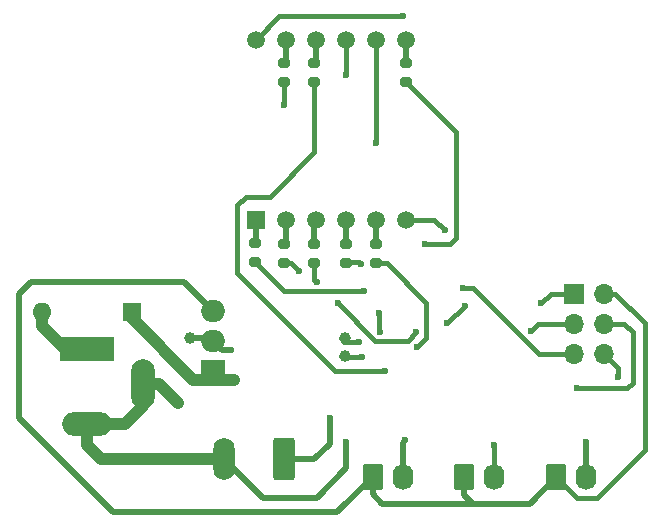
<source format=gbr>
%TF.GenerationSoftware,KiCad,Pcbnew,8.0.6*%
%TF.CreationDate,2024-11-25T15:37:35+03:30*%
%TF.ProjectId,AlarmClock,416c6172-6d43-46c6-9f63-6b2e6b696361,rev?*%
%TF.SameCoordinates,Original*%
%TF.FileFunction,Copper,L2,Bot*%
%TF.FilePolarity,Positive*%
%FSLAX46Y46*%
G04 Gerber Fmt 4.6, Leading zero omitted, Abs format (unit mm)*
G04 Created by KiCad (PCBNEW 8.0.6) date 2024-11-25 15:37:35*
%MOMM*%
%LPD*%
G01*
G04 APERTURE LIST*
G04 Aperture macros list*
%AMRoundRect*
0 Rectangle with rounded corners*
0 $1 Rounding radius*
0 $2 $3 $4 $5 $6 $7 $8 $9 X,Y pos of 4 corners*
0 Add a 4 corners polygon primitive as box body*
4,1,4,$2,$3,$4,$5,$6,$7,$8,$9,$2,$3,0*
0 Add four circle primitives for the rounded corners*
1,1,$1+$1,$2,$3*
1,1,$1+$1,$4,$5*
1,1,$1+$1,$6,$7*
1,1,$1+$1,$8,$9*
0 Add four rect primitives between the rounded corners*
20,1,$1+$1,$2,$3,$4,$5,0*
20,1,$1+$1,$4,$5,$6,$7,0*
20,1,$1+$1,$6,$7,$8,$9,0*
20,1,$1+$1,$8,$9,$2,$3,0*%
G04 Aperture macros list end*
%TA.AperFunction,ComponentPad*%
%ADD10R,1.700000X1.700000*%
%TD*%
%TA.AperFunction,ComponentPad*%
%ADD11O,1.700000X1.700000*%
%TD*%
%TA.AperFunction,ComponentPad*%
%ADD12R,4.600000X2.000000*%
%TD*%
%TA.AperFunction,ComponentPad*%
%ADD13O,4.200000X2.000000*%
%TD*%
%TA.AperFunction,ComponentPad*%
%ADD14O,2.000000X4.200000*%
%TD*%
%TA.AperFunction,ComponentPad*%
%ADD15R,1.600000X1.600000*%
%TD*%
%TA.AperFunction,ComponentPad*%
%ADD16O,1.600000X1.600000*%
%TD*%
%TA.AperFunction,ComponentPad*%
%ADD17RoundRect,0.250000X-0.620000X-0.845000X0.620000X-0.845000X0.620000X0.845000X-0.620000X0.845000X0*%
%TD*%
%TA.AperFunction,ComponentPad*%
%ADD18O,1.740000X2.190000*%
%TD*%
%TA.AperFunction,ComponentPad*%
%ADD19R,1.500000X1.500000*%
%TD*%
%TA.AperFunction,ComponentPad*%
%ADD20C,1.500000*%
%TD*%
%TA.AperFunction,ComponentPad*%
%ADD21RoundRect,0.250000X0.650000X1.550000X-0.650000X1.550000X-0.650000X-1.550000X0.650000X-1.550000X0*%
%TD*%
%TA.AperFunction,ComponentPad*%
%ADD22O,1.800000X3.600000*%
%TD*%
%TA.AperFunction,ComponentPad*%
%ADD23C,1.000000*%
%TD*%
%TA.AperFunction,ComponentPad*%
%ADD24R,2.000000X1.905000*%
%TD*%
%TA.AperFunction,ComponentPad*%
%ADD25O,2.000000X1.905000*%
%TD*%
%TA.AperFunction,SMDPad,CuDef*%
%ADD26RoundRect,0.200000X0.275000X-0.200000X0.275000X0.200000X-0.275000X0.200000X-0.275000X-0.200000X0*%
%TD*%
%TA.AperFunction,ViaPad*%
%ADD27C,0.600000*%
%TD*%
%TA.AperFunction,ViaPad*%
%ADD28C,1.000000*%
%TD*%
%TA.AperFunction,Conductor*%
%ADD29C,0.400000*%
%TD*%
%TA.AperFunction,Conductor*%
%ADD30C,1.000000*%
%TD*%
%TA.AperFunction,Conductor*%
%ADD31C,0.500000*%
%TD*%
G04 APERTURE END LIST*
D10*
%TO.P,J3,1,Pin_1*%
%TO.N,/MISO*%
X135000000Y-104475000D03*
D11*
%TO.P,J3,2,Pin_2*%
%TO.N,+5C*%
X137540000Y-104475000D03*
%TO.P,J3,3,Pin_3*%
%TO.N,/SCK*%
X135000000Y-107015000D03*
%TO.P,J3,4,Pin_4*%
%TO.N,/MOSI*%
X137540000Y-107015000D03*
%TO.P,J3,5,Pin_5*%
%TO.N,Net-(J3-Pin_5)*%
X135000000Y-109555000D03*
%TO.P,J3,6,Pin_6*%
%TO.N,GND*%
X137540000Y-109555000D03*
%TD*%
D12*
%TO.P,J1,1*%
%TO.N,Net-(D2-A)*%
X93750000Y-109200000D03*
D13*
%TO.P,J1,2*%
%TO.N,GND*%
X93750000Y-115500000D03*
D14*
%TO.P,J1,3*%
X98550000Y-112100000D03*
%TD*%
D15*
%TO.P,D2,1,K*%
%TO.N,+12C*%
X97560000Y-106000000D03*
D16*
%TO.P,D2,2,A*%
%TO.N,Net-(D2-A)*%
X89940000Y-106000000D03*
%TD*%
D17*
%TO.P,SW1,1,1*%
%TO.N,+5C*%
X117960000Y-120000000D03*
D18*
%TO.P,SW1,2,2*%
%TO.N,Net-(R1-Pad1)*%
X120500000Y-120000000D03*
%TD*%
D19*
%TO.P,U5,1,e*%
%TO.N,Net-(U5-e)*%
X108050000Y-98250000D03*
D20*
%TO.P,U5,2,d*%
%TO.N,Net-(U5-d)*%
X110590000Y-98250000D03*
%TO.P,U5,3,DPX*%
%TO.N,Net-(U5-DPX)*%
X113130000Y-98250000D03*
%TO.P,U5,4,c*%
%TO.N,Net-(U5-c)*%
X115670000Y-98250000D03*
%TO.P,U5,5,g*%
%TO.N,Net-(U5-g)*%
X118210000Y-98250000D03*
%TO.P,U5,6,CC4*%
%TO.N,Net-(U1-PC3)*%
X120750000Y-98250000D03*
%TO.P,U5,7,b*%
%TO.N,Net-(U5-b)*%
X120750000Y-83010000D03*
%TO.P,U5,8,CC3*%
%TO.N,Net-(U1-PC2)*%
X118210000Y-83010000D03*
%TO.P,U5,9,CC2*%
%TO.N,Net-(U1-PC1)*%
X115670000Y-83010000D03*
%TO.P,U5,10,f*%
%TO.N,Net-(U5-f)*%
X113130000Y-83010000D03*
%TO.P,U5,11,a*%
%TO.N,Net-(U5-a)*%
X110590000Y-83010000D03*
%TO.P,U5,12,CC1*%
%TO.N,Net-(U1-PC0)*%
X108050000Y-83010000D03*
%TD*%
D21*
%TO.P,J2,1,Pin_1*%
%TO.N,Net-(J2-Pin_1)*%
X110500000Y-118500000D03*
D22*
%TO.P,J2,2,Pin_2*%
%TO.N,GND*%
X105420000Y-118500000D03*
%TD*%
D17*
%TO.P,SW2,1,1*%
%TO.N,+5C*%
X125730000Y-120020000D03*
D18*
%TO.P,SW2,2,2*%
%TO.N,Net-(R3-Pad1)*%
X128270000Y-120020000D03*
%TD*%
D23*
%TO.P,Y1,1,1*%
%TO.N,Net-(U1-PB7{slash}XTAL2)*%
X115600000Y-109750000D03*
%TO.P,Y1,2,2*%
%TO.N,Net-(U1-PB6{slash}XTAL1)*%
X115600000Y-108250000D03*
%TD*%
D17*
%TO.P,SW3,1,1*%
%TO.N,+5C*%
X133500000Y-120020000D03*
D18*
%TO.P,SW3,2,2*%
%TO.N,Net-(R5-Pad1)*%
X136040000Y-120020000D03*
%TD*%
D24*
%TO.P,U2,1,VI*%
%TO.N,+12C*%
X104445000Y-111040000D03*
D25*
%TO.P,U2,2,GND*%
%TO.N,GND*%
X104445000Y-108500000D03*
%TO.P,U2,3,VO*%
%TO.N,+5C*%
X104445000Y-105960000D03*
%TD*%
D26*
%TO.P,R10,1*%
%TO.N,Net-(U1-PD0)*%
X110500000Y-86575000D03*
%TO.P,R10,2*%
%TO.N,Net-(U5-a)*%
X110500000Y-84925000D03*
%TD*%
%TO.P,R16,2*%
%TO.N,Net-(U5-g)*%
X118250000Y-100250000D03*
%TO.P,R16,1*%
%TO.N,Net-(U1-PD6)*%
X118250000Y-101900000D03*
%TD*%
%TO.P,R13,1*%
%TO.N,Net-(U1-PD3)*%
X110500000Y-101900000D03*
%TO.P,R13,2*%
%TO.N,Net-(U5-d)*%
X110500000Y-100250000D03*
%TD*%
%TO.P,R15,1*%
%TO.N,Net-(U1-PD5)*%
X113000000Y-86575000D03*
%TO.P,R15,2*%
%TO.N,Net-(U5-f)*%
X113000000Y-84925000D03*
%TD*%
%TO.P,R12,2*%
%TO.N,Net-(U5-c)*%
X115750000Y-100250000D03*
%TO.P,R12,1*%
%TO.N,Net-(U1-PD2)*%
X115750000Y-101900000D03*
%TD*%
%TO.P,R11,1*%
%TO.N,Net-(U1-PD1)*%
X120750000Y-86575000D03*
%TO.P,R11,2*%
%TO.N,Net-(U5-b)*%
X120750000Y-84925000D03*
%TD*%
%TO.P,R17,1*%
%TO.N,Net-(U1-PD7)*%
X113030000Y-101900000D03*
%TO.P,R17,2*%
%TO.N,Net-(U5-DPX)*%
X113030000Y-100250000D03*
%TD*%
%TO.P,R14,1*%
%TO.N,Net-(U1-PD4)*%
X108000000Y-101825000D03*
%TO.P,R14,2*%
%TO.N,Net-(U5-e)*%
X108000000Y-100175000D03*
%TD*%
D27*
%TO.N,+12C*%
X106250000Y-111750000D03*
%TO.N,GND*%
X124250000Y-107000000D03*
D28*
X102500000Y-108250000D03*
D27*
X125750000Y-105500000D03*
D28*
X101500000Y-113750000D03*
D27*
X138750000Y-111500000D03*
X106000000Y-109250000D03*
X115750000Y-117000000D03*
%TO.N,+5C*%
X118500000Y-106100000D03*
X118550000Y-107700000D03*
%TO.N,/MOSI*%
X135250000Y-112500000D03*
%TO.N,Net-(J2-Pin_1)*%
X114325000Y-115000000D03*
%TO.N,/SCK*%
X131362500Y-107612500D03*
%TO.N,Net-(J3-Pin_5)*%
X125575000Y-104000000D03*
%TO.N,/MISO*%
X132250000Y-105250000D03*
%TO.N,Net-(R1-Pad1)*%
X120710000Y-116875000D03*
%TO.N,Net-(R3-Pad1)*%
X128270000Y-117250000D03*
%TO.N,Net-(R5-Pad1)*%
X136000000Y-117000000D03*
%TO.N,Net-(U1-PD0)*%
X110500000Y-88500000D03*
%TO.N,Net-(U1-PD1)*%
X122400000Y-100250000D03*
%TO.N,Net-(U1-PD2)*%
X117000000Y-102000000D03*
%TO.N,Net-(U1-PD3)*%
X111700000Y-102550000D03*
%TO.N,Net-(U1-PD4)*%
X117250000Y-104250000D03*
%TO.N,Net-(U1-PD5)*%
X119000000Y-111000000D03*
%TO.N,Net-(U1-PD6)*%
X121750000Y-109000000D03*
%TO.N,Net-(U1-PD7)*%
X113250000Y-103500000D03*
X121675000Y-107750000D03*
X115000000Y-105250000D03*
%TO.N,Net-(U1-PC3)*%
X124050000Y-99125000D03*
%TO.N,Net-(U1-PC2)*%
X118210000Y-91710000D03*
%TO.N,Net-(U1-PC0)*%
X120500000Y-81000000D03*
%TO.N,Net-(U1-PB7{slash}XTAL2)*%
X117100000Y-109800000D03*
%TO.N,Net-(U1-PC1)*%
X115750000Y-86000000D03*
%TO.N,Net-(U1-PB6{slash}XTAL1)*%
X116800000Y-108530331D03*
%TD*%
D29*
%TO.N,Net-(U1-PD7)*%
X121675000Y-107750000D02*
X120975000Y-108450000D01*
X120975000Y-108450000D02*
X118200000Y-108450000D01*
X118200000Y-108450000D02*
X115000000Y-105250000D01*
D30*
%TO.N,+12C*%
X97560000Y-106560000D02*
X97560000Y-106000000D01*
X102750000Y-111750000D02*
X97560000Y-106560000D01*
X106250000Y-111750000D02*
X102750000Y-111750000D01*
%TO.N,GND*%
X93750000Y-115500000D02*
X93750000Y-117250000D01*
D31*
X102500000Y-108250000D02*
X104195000Y-108250000D01*
X108670000Y-121750000D02*
X113250000Y-121750000D01*
D29*
X125750000Y-105500000D02*
X124250000Y-107000000D01*
D31*
X113250000Y-121750000D02*
X115750000Y-119250000D01*
D29*
X138750000Y-110765000D02*
X137540000Y-109555000D01*
D30*
X93750000Y-117250000D02*
X95000000Y-118500000D01*
D31*
X104195000Y-108250000D02*
X104445000Y-108500000D01*
X105420000Y-118500000D02*
X108670000Y-121750000D01*
D30*
X98550000Y-113950000D02*
X97000000Y-115500000D01*
X97000000Y-115500000D02*
X93750000Y-115500000D01*
X95000000Y-118500000D02*
X105420000Y-118500000D01*
D29*
X138750000Y-111500000D02*
X138750000Y-110765000D01*
D31*
X115750000Y-119250000D02*
X115750000Y-117000000D01*
X106000000Y-109250000D02*
X105195000Y-109250000D01*
D30*
X98550000Y-112100000D02*
X99850000Y-112100000D01*
X98550000Y-112100000D02*
X98550000Y-113950000D01*
X99850000Y-112100000D02*
X101500000Y-113750000D01*
D31*
X105195000Y-109250000D02*
X104445000Y-108500000D01*
D29*
%TO.N,+5C*%
X137540000Y-104475000D02*
X138475000Y-104475000D01*
D31*
X126500000Y-122250000D02*
X127000000Y-122250000D01*
X117960000Y-120000000D02*
X117960000Y-121460000D01*
X101985000Y-103500000D02*
X89000000Y-103500000D01*
D29*
X141000000Y-117750000D02*
X137000000Y-121750000D01*
D31*
X104445000Y-105960000D02*
X101985000Y-103500000D01*
D29*
X118550000Y-107700000D02*
X118500000Y-107650000D01*
D31*
X88000000Y-104500000D02*
X88000000Y-115000000D01*
X117960000Y-121460000D02*
X118750000Y-122250000D01*
D29*
X138475000Y-104475000D02*
X141000000Y-107000000D01*
X118500000Y-107650000D02*
X118500000Y-106100000D01*
D31*
X125730000Y-121480000D02*
X126500000Y-122250000D01*
X114960000Y-123000000D02*
X117960000Y-120000000D01*
X96000000Y-123000000D02*
X114960000Y-123000000D01*
D29*
X141000000Y-107000000D02*
X141000000Y-117750000D01*
D31*
X127000000Y-122250000D02*
X131270000Y-122250000D01*
X131270000Y-122250000D02*
X133500000Y-120020000D01*
D29*
X135230000Y-121750000D02*
X133500000Y-120020000D01*
D31*
X89000000Y-103500000D02*
X88000000Y-104500000D01*
D29*
X137000000Y-121750000D02*
X135230000Y-121750000D01*
D31*
X125730000Y-120020000D02*
X125730000Y-121480000D01*
X88000000Y-115000000D02*
X96000000Y-123000000D01*
X118750000Y-122250000D02*
X127000000Y-122250000D01*
D29*
%TO.N,/MOSI*%
X139265000Y-107015000D02*
X140000000Y-107750000D01*
X139500000Y-112500000D02*
X135250000Y-112500000D01*
X140000000Y-107750000D02*
X140000000Y-112000000D01*
X137540000Y-107015000D02*
X139265000Y-107015000D01*
X140000000Y-112000000D02*
X139500000Y-112500000D01*
D30*
%TO.N,Net-(D2-A)*%
X91950000Y-109200000D02*
X89940000Y-107190000D01*
X93750000Y-109200000D02*
X91950000Y-109200000D01*
X89940000Y-107190000D02*
X89940000Y-106000000D01*
D31*
%TO.N,Net-(J2-Pin_1)*%
X114325000Y-117175000D02*
X113000000Y-118500000D01*
X114325000Y-115000000D02*
X114325000Y-117175000D01*
X113000000Y-118500000D02*
X110500000Y-118500000D01*
D29*
%TO.N,/SCK*%
X131960000Y-107015000D02*
X135000000Y-107015000D01*
X131362500Y-107612500D02*
X131960000Y-107015000D01*
%TO.N,Net-(J3-Pin_5)*%
X126500000Y-104000000D02*
X132055000Y-109555000D01*
X132055000Y-109555000D02*
X135000000Y-109555000D01*
X125575000Y-104000000D02*
X126500000Y-104000000D01*
%TO.N,/MISO*%
X133025000Y-104475000D02*
X135000000Y-104475000D01*
X132250000Y-105250000D02*
X133025000Y-104475000D01*
D31*
%TO.N,Net-(R1-Pad1)*%
X120500000Y-117085000D02*
X120500000Y-120000000D01*
X120710000Y-116875000D02*
X120500000Y-117085000D01*
D29*
%TO.N,Net-(R3-Pad1)*%
X128270000Y-117250000D02*
X128270000Y-120020000D01*
%TO.N,Net-(R5-Pad1)*%
X136040000Y-117040000D02*
X136000000Y-117000000D01*
D31*
X136040000Y-120020000D02*
X136040000Y-117040000D01*
%TO.N,Net-(U5-a)*%
X110590000Y-84835000D02*
X110500000Y-84925000D01*
X110590000Y-83010000D02*
X110590000Y-84835000D01*
D29*
%TO.N,Net-(U1-PD0)*%
X110500000Y-86575000D02*
X110500000Y-88500000D01*
%TO.N,Net-(U1-PD1)*%
X124500000Y-100250000D02*
X125000000Y-99750000D01*
X122400000Y-100250000D02*
X124500000Y-100250000D01*
X125000000Y-99750000D02*
X125000000Y-90825000D01*
X125000000Y-90825000D02*
X120750000Y-86575000D01*
D31*
%TO.N,Net-(U5-b)*%
X120750000Y-83010000D02*
X120750000Y-84925000D01*
D29*
%TO.N,Net-(U1-PD2)*%
X117000000Y-102000000D02*
X116825000Y-101825000D01*
X116825000Y-101825000D02*
X115750000Y-101825000D01*
D31*
%TO.N,Net-(U5-c)*%
X115750000Y-100175000D02*
X115750000Y-98330000D01*
X115640000Y-98220000D02*
X115670000Y-98250000D01*
X115750000Y-98330000D02*
X115670000Y-98250000D01*
%TO.N,Net-(U5-d)*%
X110590000Y-100160000D02*
X110500000Y-100250000D01*
X110590000Y-98250000D02*
X110590000Y-100160000D01*
X110500000Y-98160000D02*
X110590000Y-98250000D01*
D29*
%TO.N,Net-(U1-PD3)*%
X111700000Y-102550000D02*
X111050000Y-101900000D01*
X111050000Y-101900000D02*
X110500000Y-101900000D01*
D31*
%TO.N,Net-(U5-e)*%
X107810000Y-98010000D02*
X108050000Y-98250000D01*
X108050000Y-100125000D02*
X108000000Y-100175000D01*
X108050000Y-98250000D02*
X108050000Y-100125000D01*
D29*
%TO.N,Net-(U1-PD4)*%
X117250000Y-104250000D02*
X110425000Y-104250000D01*
X110425000Y-104250000D02*
X108000000Y-101825000D01*
%TO.N,Net-(U1-PD5)*%
X113000000Y-86575000D02*
X113000000Y-92500000D01*
X107250000Y-96250000D02*
X106500000Y-97000000D01*
X106500000Y-102750000D02*
X114750000Y-111000000D01*
X114750000Y-111000000D02*
X119000000Y-111000000D01*
X109250000Y-96250000D02*
X107250000Y-96250000D01*
X106500000Y-97000000D02*
X106500000Y-102750000D01*
X113000000Y-92500000D02*
X109250000Y-96250000D01*
D31*
%TO.N,Net-(U5-f)*%
X113130000Y-84795000D02*
X113000000Y-84925000D01*
X113130000Y-83010000D02*
X113130000Y-84795000D01*
D29*
%TO.N,Net-(U1-PD6)*%
X121750000Y-109000000D02*
X122500000Y-108250000D01*
X119150000Y-101900000D02*
X118250000Y-101900000D01*
X122500000Y-105250000D02*
X119150000Y-101900000D01*
X122500000Y-108250000D02*
X122500000Y-105250000D01*
D31*
%TO.N,Net-(U5-g)*%
X118210000Y-98250000D02*
X118210000Y-100210000D01*
X118210000Y-100210000D02*
X118250000Y-100250000D01*
%TO.N,Net-(U5-DPX)*%
X113030000Y-98350000D02*
X113130000Y-98250000D01*
X113030000Y-100175000D02*
X113030000Y-98350000D01*
X113030000Y-98150000D02*
X113130000Y-98250000D01*
D29*
%TO.N,Net-(U1-PD7)*%
X113030000Y-103280000D02*
X113030000Y-101825000D01*
X113250000Y-103500000D02*
X113030000Y-103280000D01*
%TO.N,Net-(U1-PC3)*%
X124050000Y-99125000D02*
X123175000Y-98250000D01*
X123175000Y-98250000D02*
X120750000Y-98250000D01*
%TO.N,Net-(U1-PC2)*%
X118210000Y-91710000D02*
X118210000Y-83010000D01*
%TO.N,Net-(U1-PC0)*%
X110060000Y-81000000D02*
X108050000Y-83010000D01*
X120500000Y-81000000D02*
X110060000Y-81000000D01*
%TO.N,Net-(U1-PB7{slash}XTAL2)*%
X117100000Y-109800000D02*
X115350000Y-109800000D01*
X115350000Y-109800000D02*
X115300000Y-109750000D01*
%TO.N,Net-(U1-PC1)*%
X115750000Y-86000000D02*
X115750000Y-83090000D01*
X115750000Y-83090000D02*
X115670000Y-83010000D01*
%TO.N,Net-(U1-PB6{slash}XTAL1)*%
X116800000Y-108530331D02*
X115580331Y-108530331D01*
X115580331Y-108530331D02*
X115300000Y-108250000D01*
%TD*%
M02*

</source>
